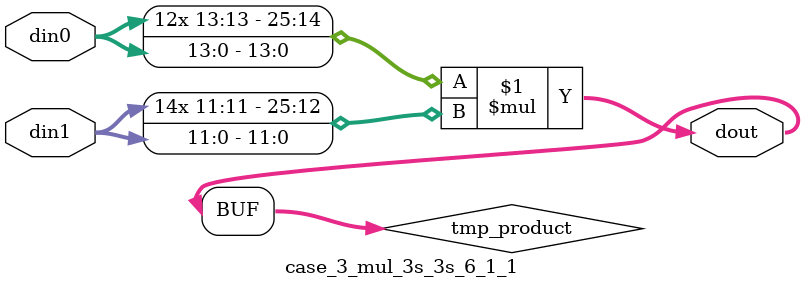
<source format=v>

`timescale 1 ns / 1 ps

 (* use_dsp = "no" *)  module case_3_mul_3s_3s_6_1_1(din0, din1, dout);
parameter ID = 1;
parameter NUM_STAGE = 0;
parameter din0_WIDTH = 14;
parameter din1_WIDTH = 12;
parameter dout_WIDTH = 26;

input [din0_WIDTH - 1 : 0] din0; 
input [din1_WIDTH - 1 : 0] din1; 
output [dout_WIDTH - 1 : 0] dout;

wire signed [dout_WIDTH - 1 : 0] tmp_product;



























assign tmp_product = $signed(din0) * $signed(din1);








assign dout = tmp_product;





















endmodule

</source>
